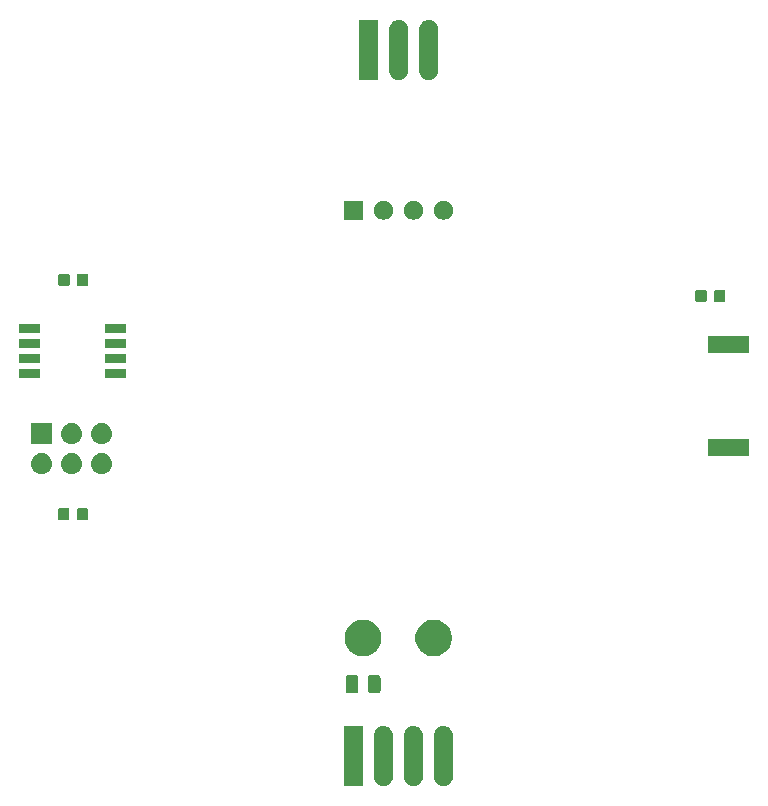
<source format=gts>
G04 #@! TF.GenerationSoftware,KiCad,Pcbnew,(5.1.2-1)-1*
G04 #@! TF.CreationDate,2019-07-21T21:36:06+01:00*
G04 #@! TF.ProjectId,glowy_nfc_reader_module,676c6f77-795f-46e6-9663-5f7265616465,rev?*
G04 #@! TF.SameCoordinates,Original*
G04 #@! TF.FileFunction,Soldermask,Top*
G04 #@! TF.FilePolarity,Negative*
%FSLAX46Y46*%
G04 Gerber Fmt 4.6, Leading zero omitted, Abs format (unit mm)*
G04 Created by KiCad (PCBNEW (5.1.2-1)-1) date 2019-07-21 21:36:06*
%MOMM*%
%LPD*%
G04 APERTURE LIST*
%ADD10C,0.100000*%
G04 APERTURE END LIST*
D10*
G36*
X147442022Y-131840590D02*
G01*
X147542681Y-131871125D01*
X147593012Y-131886392D01*
X147732164Y-131960771D01*
X147854133Y-132060867D01*
X147954229Y-132182835D01*
X148028608Y-132321987D01*
X148043875Y-132372318D01*
X148074410Y-132472977D01*
X148086000Y-132590655D01*
X148086000Y-136169345D01*
X148074410Y-136287023D01*
X148043875Y-136387682D01*
X148028608Y-136438013D01*
X147954229Y-136577165D01*
X147854133Y-136699133D01*
X147732165Y-136799229D01*
X147593013Y-136873608D01*
X147542682Y-136888875D01*
X147442023Y-136919410D01*
X147285000Y-136934875D01*
X147127978Y-136919410D01*
X147027319Y-136888875D01*
X146976988Y-136873608D01*
X146837836Y-136799229D01*
X146715868Y-136699133D01*
X146615772Y-136577165D01*
X146541393Y-136438013D01*
X146526126Y-136387682D01*
X146495591Y-136287023D01*
X146484001Y-136169345D01*
X146484000Y-132590656D01*
X146495590Y-132472978D01*
X146541392Y-132321989D01*
X146541392Y-132321988D01*
X146615771Y-132182836D01*
X146615772Y-132182835D01*
X146715867Y-132060867D01*
X146837835Y-131960771D01*
X146976987Y-131886392D01*
X147027318Y-131871125D01*
X147127977Y-131840590D01*
X147285000Y-131825125D01*
X147442022Y-131840590D01*
X147442022Y-131840590D01*
G37*
G36*
X149982022Y-131840590D02*
G01*
X150082681Y-131871125D01*
X150133012Y-131886392D01*
X150272164Y-131960771D01*
X150394133Y-132060867D01*
X150494229Y-132182835D01*
X150568608Y-132321987D01*
X150583875Y-132372318D01*
X150614410Y-132472977D01*
X150626000Y-132590655D01*
X150626000Y-136169345D01*
X150614410Y-136287023D01*
X150583875Y-136387682D01*
X150568608Y-136438013D01*
X150494229Y-136577165D01*
X150394133Y-136699133D01*
X150272165Y-136799229D01*
X150133013Y-136873608D01*
X150082682Y-136888875D01*
X149982023Y-136919410D01*
X149825000Y-136934875D01*
X149667978Y-136919410D01*
X149567319Y-136888875D01*
X149516988Y-136873608D01*
X149377836Y-136799229D01*
X149255868Y-136699133D01*
X149155772Y-136577165D01*
X149081393Y-136438013D01*
X149066126Y-136387682D01*
X149035591Y-136287023D01*
X149024001Y-136169345D01*
X149024000Y-132590656D01*
X149035590Y-132472978D01*
X149081392Y-132321989D01*
X149081392Y-132321988D01*
X149155771Y-132182836D01*
X149155772Y-132182835D01*
X149255867Y-132060867D01*
X149377835Y-131960771D01*
X149516987Y-131886392D01*
X149567318Y-131871125D01*
X149667977Y-131840590D01*
X149825000Y-131825125D01*
X149982022Y-131840590D01*
X149982022Y-131840590D01*
G37*
G36*
X152522022Y-131840590D02*
G01*
X152622681Y-131871125D01*
X152673012Y-131886392D01*
X152812164Y-131960771D01*
X152934133Y-132060867D01*
X153034229Y-132182835D01*
X153108608Y-132321987D01*
X153123875Y-132372318D01*
X153154410Y-132472977D01*
X153166000Y-132590655D01*
X153166000Y-136169345D01*
X153154410Y-136287023D01*
X153123875Y-136387682D01*
X153108608Y-136438013D01*
X153034229Y-136577165D01*
X152934133Y-136699133D01*
X152812165Y-136799229D01*
X152673013Y-136873608D01*
X152622682Y-136888875D01*
X152522023Y-136919410D01*
X152365000Y-136934875D01*
X152207978Y-136919410D01*
X152107319Y-136888875D01*
X152056988Y-136873608D01*
X151917836Y-136799229D01*
X151795868Y-136699133D01*
X151695772Y-136577165D01*
X151621393Y-136438013D01*
X151606126Y-136387682D01*
X151575591Y-136287023D01*
X151564001Y-136169345D01*
X151564000Y-132590656D01*
X151575590Y-132472978D01*
X151621392Y-132321989D01*
X151621392Y-132321988D01*
X151695771Y-132182836D01*
X151695772Y-132182835D01*
X151795867Y-132060867D01*
X151917835Y-131960771D01*
X152056987Y-131886392D01*
X152107318Y-131871125D01*
X152207977Y-131840590D01*
X152365000Y-131825125D01*
X152522022Y-131840590D01*
X152522022Y-131840590D01*
G37*
G36*
X145546000Y-136931000D02*
G01*
X143944000Y-136931000D01*
X143944000Y-131829000D01*
X145546000Y-131829000D01*
X145546000Y-136931000D01*
X145546000Y-136931000D01*
G37*
G36*
X146876968Y-127543565D02*
G01*
X146915638Y-127555296D01*
X146951277Y-127574346D01*
X146982517Y-127599983D01*
X147008154Y-127631223D01*
X147027204Y-127666862D01*
X147038935Y-127705532D01*
X147043500Y-127751888D01*
X147043500Y-128828112D01*
X147038935Y-128874468D01*
X147027204Y-128913138D01*
X147008154Y-128948777D01*
X146982517Y-128980017D01*
X146951277Y-129005654D01*
X146915638Y-129024704D01*
X146876968Y-129036435D01*
X146830612Y-129041000D01*
X146179388Y-129041000D01*
X146133032Y-129036435D01*
X146094362Y-129024704D01*
X146058723Y-129005654D01*
X146027483Y-128980017D01*
X146001846Y-128948777D01*
X145982796Y-128913138D01*
X145971065Y-128874468D01*
X145966500Y-128828112D01*
X145966500Y-127751888D01*
X145971065Y-127705532D01*
X145982796Y-127666862D01*
X146001846Y-127631223D01*
X146027483Y-127599983D01*
X146058723Y-127574346D01*
X146094362Y-127555296D01*
X146133032Y-127543565D01*
X146179388Y-127539000D01*
X146830612Y-127539000D01*
X146876968Y-127543565D01*
X146876968Y-127543565D01*
G37*
G36*
X145001968Y-127543565D02*
G01*
X145040638Y-127555296D01*
X145076277Y-127574346D01*
X145107517Y-127599983D01*
X145133154Y-127631223D01*
X145152204Y-127666862D01*
X145163935Y-127705532D01*
X145168500Y-127751888D01*
X145168500Y-128828112D01*
X145163935Y-128874468D01*
X145152204Y-128913138D01*
X145133154Y-128948777D01*
X145107517Y-128980017D01*
X145076277Y-129005654D01*
X145040638Y-129024704D01*
X145001968Y-129036435D01*
X144955612Y-129041000D01*
X144304388Y-129041000D01*
X144258032Y-129036435D01*
X144219362Y-129024704D01*
X144183723Y-129005654D01*
X144152483Y-128980017D01*
X144126846Y-128948777D01*
X144107796Y-128913138D01*
X144096065Y-128874468D01*
X144091500Y-128828112D01*
X144091500Y-127751888D01*
X144096065Y-127705532D01*
X144107796Y-127666862D01*
X144126846Y-127631223D01*
X144152483Y-127599983D01*
X144183723Y-127574346D01*
X144219362Y-127555296D01*
X144258032Y-127543565D01*
X144304388Y-127539000D01*
X144955612Y-127539000D01*
X145001968Y-127543565D01*
X145001968Y-127543565D01*
G37*
G36*
X145857585Y-122858802D02*
G01*
X146007410Y-122888604D01*
X146289674Y-123005521D01*
X146543705Y-123175259D01*
X146759741Y-123391295D01*
X146929479Y-123645326D01*
X147046396Y-123927590D01*
X147106000Y-124227240D01*
X147106000Y-124532760D01*
X147046396Y-124832410D01*
X146929479Y-125114674D01*
X146759741Y-125368705D01*
X146543705Y-125584741D01*
X146289674Y-125754479D01*
X146007410Y-125871396D01*
X145857585Y-125901198D01*
X145707761Y-125931000D01*
X145402239Y-125931000D01*
X145252415Y-125901198D01*
X145102590Y-125871396D01*
X144820326Y-125754479D01*
X144566295Y-125584741D01*
X144350259Y-125368705D01*
X144180521Y-125114674D01*
X144063604Y-124832410D01*
X144004000Y-124532760D01*
X144004000Y-124227240D01*
X144063604Y-123927590D01*
X144180521Y-123645326D01*
X144350259Y-123391295D01*
X144566295Y-123175259D01*
X144820326Y-123005521D01*
X145102590Y-122888604D01*
X145252415Y-122858802D01*
X145402239Y-122829000D01*
X145707761Y-122829000D01*
X145857585Y-122858802D01*
X145857585Y-122858802D01*
G37*
G36*
X151857585Y-122858802D02*
G01*
X152007410Y-122888604D01*
X152289674Y-123005521D01*
X152543705Y-123175259D01*
X152759741Y-123391295D01*
X152929479Y-123645326D01*
X153046396Y-123927590D01*
X153106000Y-124227240D01*
X153106000Y-124532760D01*
X153046396Y-124832410D01*
X152929479Y-125114674D01*
X152759741Y-125368705D01*
X152543705Y-125584741D01*
X152289674Y-125754479D01*
X152007410Y-125871396D01*
X151857585Y-125901198D01*
X151707761Y-125931000D01*
X151402239Y-125931000D01*
X151252415Y-125901198D01*
X151102590Y-125871396D01*
X150820326Y-125754479D01*
X150566295Y-125584741D01*
X150350259Y-125368705D01*
X150180521Y-125114674D01*
X150063604Y-124832410D01*
X150004000Y-124532760D01*
X150004000Y-124227240D01*
X150063604Y-123927590D01*
X150180521Y-123645326D01*
X150350259Y-123391295D01*
X150566295Y-123175259D01*
X150820326Y-123005521D01*
X151102590Y-122888604D01*
X151252415Y-122858802D01*
X151402239Y-122829000D01*
X151707761Y-122829000D01*
X151857585Y-122858802D01*
X151857585Y-122858802D01*
G37*
G36*
X120562091Y-113388085D02*
G01*
X120596069Y-113398393D01*
X120627390Y-113415134D01*
X120654839Y-113437661D01*
X120677366Y-113465110D01*
X120694107Y-113496431D01*
X120704415Y-113530409D01*
X120708500Y-113571890D01*
X120708500Y-114248110D01*
X120704415Y-114289591D01*
X120694107Y-114323569D01*
X120677366Y-114354890D01*
X120654839Y-114382339D01*
X120627390Y-114404866D01*
X120596069Y-114421607D01*
X120562091Y-114431915D01*
X120520610Y-114436000D01*
X119919390Y-114436000D01*
X119877909Y-114431915D01*
X119843931Y-114421607D01*
X119812610Y-114404866D01*
X119785161Y-114382339D01*
X119762634Y-114354890D01*
X119745893Y-114323569D01*
X119735585Y-114289591D01*
X119731500Y-114248110D01*
X119731500Y-113571890D01*
X119735585Y-113530409D01*
X119745893Y-113496431D01*
X119762634Y-113465110D01*
X119785161Y-113437661D01*
X119812610Y-113415134D01*
X119843931Y-113398393D01*
X119877909Y-113388085D01*
X119919390Y-113384000D01*
X120520610Y-113384000D01*
X120562091Y-113388085D01*
X120562091Y-113388085D01*
G37*
G36*
X122137091Y-113388085D02*
G01*
X122171069Y-113398393D01*
X122202390Y-113415134D01*
X122229839Y-113437661D01*
X122252366Y-113465110D01*
X122269107Y-113496431D01*
X122279415Y-113530409D01*
X122283500Y-113571890D01*
X122283500Y-114248110D01*
X122279415Y-114289591D01*
X122269107Y-114323569D01*
X122252366Y-114354890D01*
X122229839Y-114382339D01*
X122202390Y-114404866D01*
X122171069Y-114421607D01*
X122137091Y-114431915D01*
X122095610Y-114436000D01*
X121494390Y-114436000D01*
X121452909Y-114431915D01*
X121418931Y-114421607D01*
X121387610Y-114404866D01*
X121360161Y-114382339D01*
X121337634Y-114354890D01*
X121320893Y-114323569D01*
X121310585Y-114289591D01*
X121306500Y-114248110D01*
X121306500Y-113571890D01*
X121310585Y-113530409D01*
X121320893Y-113496431D01*
X121337634Y-113465110D01*
X121360161Y-113437661D01*
X121387610Y-113415134D01*
X121418931Y-113398393D01*
X121452909Y-113388085D01*
X121494390Y-113384000D01*
X122095610Y-113384000D01*
X122137091Y-113388085D01*
X122137091Y-113388085D01*
G37*
G36*
X120995442Y-108725518D02*
G01*
X121061627Y-108732037D01*
X121231466Y-108783557D01*
X121387991Y-108867222D01*
X121423729Y-108896552D01*
X121525186Y-108979814D01*
X121608448Y-109081271D01*
X121637778Y-109117009D01*
X121721443Y-109273534D01*
X121772963Y-109443373D01*
X121790359Y-109620000D01*
X121772963Y-109796627D01*
X121721443Y-109966466D01*
X121637778Y-110122991D01*
X121608448Y-110158729D01*
X121525186Y-110260186D01*
X121423729Y-110343448D01*
X121387991Y-110372778D01*
X121231466Y-110456443D01*
X121061627Y-110507963D01*
X120995442Y-110514482D01*
X120929260Y-110521000D01*
X120840740Y-110521000D01*
X120774558Y-110514482D01*
X120708373Y-110507963D01*
X120538534Y-110456443D01*
X120382009Y-110372778D01*
X120346271Y-110343448D01*
X120244814Y-110260186D01*
X120161552Y-110158729D01*
X120132222Y-110122991D01*
X120048557Y-109966466D01*
X119997037Y-109796627D01*
X119979641Y-109620000D01*
X119997037Y-109443373D01*
X120048557Y-109273534D01*
X120132222Y-109117009D01*
X120161552Y-109081271D01*
X120244814Y-108979814D01*
X120346271Y-108896552D01*
X120382009Y-108867222D01*
X120538534Y-108783557D01*
X120708373Y-108732037D01*
X120774558Y-108725518D01*
X120840740Y-108719000D01*
X120929260Y-108719000D01*
X120995442Y-108725518D01*
X120995442Y-108725518D01*
G37*
G36*
X123535442Y-108725518D02*
G01*
X123601627Y-108732037D01*
X123771466Y-108783557D01*
X123927991Y-108867222D01*
X123963729Y-108896552D01*
X124065186Y-108979814D01*
X124148448Y-109081271D01*
X124177778Y-109117009D01*
X124261443Y-109273534D01*
X124312963Y-109443373D01*
X124330359Y-109620000D01*
X124312963Y-109796627D01*
X124261443Y-109966466D01*
X124177778Y-110122991D01*
X124148448Y-110158729D01*
X124065186Y-110260186D01*
X123963729Y-110343448D01*
X123927991Y-110372778D01*
X123771466Y-110456443D01*
X123601627Y-110507963D01*
X123535442Y-110514482D01*
X123469260Y-110521000D01*
X123380740Y-110521000D01*
X123314558Y-110514482D01*
X123248373Y-110507963D01*
X123078534Y-110456443D01*
X122922009Y-110372778D01*
X122886271Y-110343448D01*
X122784814Y-110260186D01*
X122701552Y-110158729D01*
X122672222Y-110122991D01*
X122588557Y-109966466D01*
X122537037Y-109796627D01*
X122519641Y-109620000D01*
X122537037Y-109443373D01*
X122588557Y-109273534D01*
X122672222Y-109117009D01*
X122701552Y-109081271D01*
X122784814Y-108979814D01*
X122886271Y-108896552D01*
X122922009Y-108867222D01*
X123078534Y-108783557D01*
X123248373Y-108732037D01*
X123314558Y-108725518D01*
X123380740Y-108719000D01*
X123469260Y-108719000D01*
X123535442Y-108725518D01*
X123535442Y-108725518D01*
G37*
G36*
X118455442Y-108725518D02*
G01*
X118521627Y-108732037D01*
X118691466Y-108783557D01*
X118847991Y-108867222D01*
X118883729Y-108896552D01*
X118985186Y-108979814D01*
X119068448Y-109081271D01*
X119097778Y-109117009D01*
X119181443Y-109273534D01*
X119232963Y-109443373D01*
X119250359Y-109620000D01*
X119232963Y-109796627D01*
X119181443Y-109966466D01*
X119097778Y-110122991D01*
X119068448Y-110158729D01*
X118985186Y-110260186D01*
X118883729Y-110343448D01*
X118847991Y-110372778D01*
X118691466Y-110456443D01*
X118521627Y-110507963D01*
X118455442Y-110514482D01*
X118389260Y-110521000D01*
X118300740Y-110521000D01*
X118234558Y-110514482D01*
X118168373Y-110507963D01*
X117998534Y-110456443D01*
X117842009Y-110372778D01*
X117806271Y-110343448D01*
X117704814Y-110260186D01*
X117621552Y-110158729D01*
X117592222Y-110122991D01*
X117508557Y-109966466D01*
X117457037Y-109796627D01*
X117439641Y-109620000D01*
X117457037Y-109443373D01*
X117508557Y-109273534D01*
X117592222Y-109117009D01*
X117621552Y-109081271D01*
X117704814Y-108979814D01*
X117806271Y-108896552D01*
X117842009Y-108867222D01*
X117998534Y-108783557D01*
X118168373Y-108732037D01*
X118234558Y-108725518D01*
X118300740Y-108719000D01*
X118389260Y-108719000D01*
X118455442Y-108725518D01*
X118455442Y-108725518D01*
G37*
G36*
X178236000Y-108961000D02*
G01*
X174734000Y-108961000D01*
X174734000Y-107559000D01*
X178236000Y-107559000D01*
X178236000Y-108961000D01*
X178236000Y-108961000D01*
G37*
G36*
X119246000Y-107981000D02*
G01*
X117444000Y-107981000D01*
X117444000Y-106179000D01*
X119246000Y-106179000D01*
X119246000Y-107981000D01*
X119246000Y-107981000D01*
G37*
G36*
X120995443Y-106185519D02*
G01*
X121061627Y-106192037D01*
X121231466Y-106243557D01*
X121387991Y-106327222D01*
X121423729Y-106356552D01*
X121525186Y-106439814D01*
X121608448Y-106541271D01*
X121637778Y-106577009D01*
X121721443Y-106733534D01*
X121772963Y-106903373D01*
X121790359Y-107080000D01*
X121772963Y-107256627D01*
X121721443Y-107426466D01*
X121637778Y-107582991D01*
X121608448Y-107618729D01*
X121525186Y-107720186D01*
X121423729Y-107803448D01*
X121387991Y-107832778D01*
X121231466Y-107916443D01*
X121061627Y-107967963D01*
X120995443Y-107974481D01*
X120929260Y-107981000D01*
X120840740Y-107981000D01*
X120774557Y-107974481D01*
X120708373Y-107967963D01*
X120538534Y-107916443D01*
X120382009Y-107832778D01*
X120346271Y-107803448D01*
X120244814Y-107720186D01*
X120161552Y-107618729D01*
X120132222Y-107582991D01*
X120048557Y-107426466D01*
X119997037Y-107256627D01*
X119979641Y-107080000D01*
X119997037Y-106903373D01*
X120048557Y-106733534D01*
X120132222Y-106577009D01*
X120161552Y-106541271D01*
X120244814Y-106439814D01*
X120346271Y-106356552D01*
X120382009Y-106327222D01*
X120538534Y-106243557D01*
X120708373Y-106192037D01*
X120774557Y-106185519D01*
X120840740Y-106179000D01*
X120929260Y-106179000D01*
X120995443Y-106185519D01*
X120995443Y-106185519D01*
G37*
G36*
X123535443Y-106185519D02*
G01*
X123601627Y-106192037D01*
X123771466Y-106243557D01*
X123927991Y-106327222D01*
X123963729Y-106356552D01*
X124065186Y-106439814D01*
X124148448Y-106541271D01*
X124177778Y-106577009D01*
X124261443Y-106733534D01*
X124312963Y-106903373D01*
X124330359Y-107080000D01*
X124312963Y-107256627D01*
X124261443Y-107426466D01*
X124177778Y-107582991D01*
X124148448Y-107618729D01*
X124065186Y-107720186D01*
X123963729Y-107803448D01*
X123927991Y-107832778D01*
X123771466Y-107916443D01*
X123601627Y-107967963D01*
X123535443Y-107974481D01*
X123469260Y-107981000D01*
X123380740Y-107981000D01*
X123314557Y-107974481D01*
X123248373Y-107967963D01*
X123078534Y-107916443D01*
X122922009Y-107832778D01*
X122886271Y-107803448D01*
X122784814Y-107720186D01*
X122701552Y-107618729D01*
X122672222Y-107582991D01*
X122588557Y-107426466D01*
X122537037Y-107256627D01*
X122519641Y-107080000D01*
X122537037Y-106903373D01*
X122588557Y-106733534D01*
X122672222Y-106577009D01*
X122701552Y-106541271D01*
X122784814Y-106439814D01*
X122886271Y-106356552D01*
X122922009Y-106327222D01*
X123078534Y-106243557D01*
X123248373Y-106192037D01*
X123314557Y-106185519D01*
X123380740Y-106179000D01*
X123469260Y-106179000D01*
X123535443Y-106185519D01*
X123535443Y-106185519D01*
G37*
G36*
X125526000Y-102356000D02*
G01*
X123724000Y-102356000D01*
X123724000Y-101604000D01*
X125526000Y-101604000D01*
X125526000Y-102356000D01*
X125526000Y-102356000D01*
G37*
G36*
X118226000Y-102356000D02*
G01*
X116424000Y-102356000D01*
X116424000Y-101604000D01*
X118226000Y-101604000D01*
X118226000Y-102356000D01*
X118226000Y-102356000D01*
G37*
G36*
X125526000Y-101086000D02*
G01*
X123724000Y-101086000D01*
X123724000Y-100334000D01*
X125526000Y-100334000D01*
X125526000Y-101086000D01*
X125526000Y-101086000D01*
G37*
G36*
X118226000Y-101086000D02*
G01*
X116424000Y-101086000D01*
X116424000Y-100334000D01*
X118226000Y-100334000D01*
X118226000Y-101086000D01*
X118226000Y-101086000D01*
G37*
G36*
X178236000Y-100261000D02*
G01*
X174734000Y-100261000D01*
X174734000Y-98859000D01*
X178236000Y-98859000D01*
X178236000Y-100261000D01*
X178236000Y-100261000D01*
G37*
G36*
X118226000Y-99816000D02*
G01*
X116424000Y-99816000D01*
X116424000Y-99064000D01*
X118226000Y-99064000D01*
X118226000Y-99816000D01*
X118226000Y-99816000D01*
G37*
G36*
X125526000Y-99816000D02*
G01*
X123724000Y-99816000D01*
X123724000Y-99064000D01*
X125526000Y-99064000D01*
X125526000Y-99816000D01*
X125526000Y-99816000D01*
G37*
G36*
X118226000Y-98546000D02*
G01*
X116424000Y-98546000D01*
X116424000Y-97794000D01*
X118226000Y-97794000D01*
X118226000Y-98546000D01*
X118226000Y-98546000D01*
G37*
G36*
X125526000Y-98546000D02*
G01*
X123724000Y-98546000D01*
X123724000Y-97794000D01*
X125526000Y-97794000D01*
X125526000Y-98546000D01*
X125526000Y-98546000D01*
G37*
G36*
X174527091Y-94928085D02*
G01*
X174561069Y-94938393D01*
X174592390Y-94955134D01*
X174619839Y-94977661D01*
X174642366Y-95005110D01*
X174659107Y-95036431D01*
X174669415Y-95070409D01*
X174673500Y-95111890D01*
X174673500Y-95788110D01*
X174669415Y-95829591D01*
X174659107Y-95863569D01*
X174642366Y-95894890D01*
X174619839Y-95922339D01*
X174592390Y-95944866D01*
X174561069Y-95961607D01*
X174527091Y-95971915D01*
X174485610Y-95976000D01*
X173884390Y-95976000D01*
X173842909Y-95971915D01*
X173808931Y-95961607D01*
X173777610Y-95944866D01*
X173750161Y-95922339D01*
X173727634Y-95894890D01*
X173710893Y-95863569D01*
X173700585Y-95829591D01*
X173696500Y-95788110D01*
X173696500Y-95111890D01*
X173700585Y-95070409D01*
X173710893Y-95036431D01*
X173727634Y-95005110D01*
X173750161Y-94977661D01*
X173777610Y-94955134D01*
X173808931Y-94938393D01*
X173842909Y-94928085D01*
X173884390Y-94924000D01*
X174485610Y-94924000D01*
X174527091Y-94928085D01*
X174527091Y-94928085D01*
G37*
G36*
X176102091Y-94928085D02*
G01*
X176136069Y-94938393D01*
X176167390Y-94955134D01*
X176194839Y-94977661D01*
X176217366Y-95005110D01*
X176234107Y-95036431D01*
X176244415Y-95070409D01*
X176248500Y-95111890D01*
X176248500Y-95788110D01*
X176244415Y-95829591D01*
X176234107Y-95863569D01*
X176217366Y-95894890D01*
X176194839Y-95922339D01*
X176167390Y-95944866D01*
X176136069Y-95961607D01*
X176102091Y-95971915D01*
X176060610Y-95976000D01*
X175459390Y-95976000D01*
X175417909Y-95971915D01*
X175383931Y-95961607D01*
X175352610Y-95944866D01*
X175325161Y-95922339D01*
X175302634Y-95894890D01*
X175285893Y-95863569D01*
X175275585Y-95829591D01*
X175271500Y-95788110D01*
X175271500Y-95111890D01*
X175275585Y-95070409D01*
X175285893Y-95036431D01*
X175302634Y-95005110D01*
X175325161Y-94977661D01*
X175352610Y-94955134D01*
X175383931Y-94938393D01*
X175417909Y-94928085D01*
X175459390Y-94924000D01*
X176060610Y-94924000D01*
X176102091Y-94928085D01*
X176102091Y-94928085D01*
G37*
G36*
X120584591Y-93558085D02*
G01*
X120618569Y-93568393D01*
X120649890Y-93585134D01*
X120677339Y-93607661D01*
X120699866Y-93635110D01*
X120716607Y-93666431D01*
X120726915Y-93700409D01*
X120731000Y-93741890D01*
X120731000Y-94418110D01*
X120726915Y-94459591D01*
X120716607Y-94493569D01*
X120699866Y-94524890D01*
X120677339Y-94552339D01*
X120649890Y-94574866D01*
X120618569Y-94591607D01*
X120584591Y-94601915D01*
X120543110Y-94606000D01*
X119941890Y-94606000D01*
X119900409Y-94601915D01*
X119866431Y-94591607D01*
X119835110Y-94574866D01*
X119807661Y-94552339D01*
X119785134Y-94524890D01*
X119768393Y-94493569D01*
X119758085Y-94459591D01*
X119754000Y-94418110D01*
X119754000Y-93741890D01*
X119758085Y-93700409D01*
X119768393Y-93666431D01*
X119785134Y-93635110D01*
X119807661Y-93607661D01*
X119835110Y-93585134D01*
X119866431Y-93568393D01*
X119900409Y-93558085D01*
X119941890Y-93554000D01*
X120543110Y-93554000D01*
X120584591Y-93558085D01*
X120584591Y-93558085D01*
G37*
G36*
X122159591Y-93558085D02*
G01*
X122193569Y-93568393D01*
X122224890Y-93585134D01*
X122252339Y-93607661D01*
X122274866Y-93635110D01*
X122291607Y-93666431D01*
X122301915Y-93700409D01*
X122306000Y-93741890D01*
X122306000Y-94418110D01*
X122301915Y-94459591D01*
X122291607Y-94493569D01*
X122274866Y-94524890D01*
X122252339Y-94552339D01*
X122224890Y-94574866D01*
X122193569Y-94591607D01*
X122159591Y-94601915D01*
X122118110Y-94606000D01*
X121516890Y-94606000D01*
X121475409Y-94601915D01*
X121441431Y-94591607D01*
X121410110Y-94574866D01*
X121382661Y-94552339D01*
X121360134Y-94524890D01*
X121343393Y-94493569D01*
X121333085Y-94459591D01*
X121329000Y-94418110D01*
X121329000Y-93741890D01*
X121333085Y-93700409D01*
X121343393Y-93666431D01*
X121360134Y-93635110D01*
X121382661Y-93607661D01*
X121410110Y-93585134D01*
X121441431Y-93568393D01*
X121475409Y-93558085D01*
X121516890Y-93554000D01*
X122118110Y-93554000D01*
X122159591Y-93558085D01*
X122159591Y-93558085D01*
G37*
G36*
X145568000Y-88983000D02*
G01*
X143942000Y-88983000D01*
X143942000Y-87357000D01*
X145568000Y-87357000D01*
X145568000Y-88983000D01*
X145568000Y-88983000D01*
G37*
G36*
X147532142Y-87388242D02*
G01*
X147680101Y-87449529D01*
X147813255Y-87538499D01*
X147926501Y-87651745D01*
X148015471Y-87784899D01*
X148076758Y-87932858D01*
X148108000Y-88089925D01*
X148108000Y-88250075D01*
X148076758Y-88407142D01*
X148015471Y-88555101D01*
X147926501Y-88688255D01*
X147813255Y-88801501D01*
X147680101Y-88890471D01*
X147532142Y-88951758D01*
X147375075Y-88983000D01*
X147214925Y-88983000D01*
X147057858Y-88951758D01*
X146909899Y-88890471D01*
X146776745Y-88801501D01*
X146663499Y-88688255D01*
X146574529Y-88555101D01*
X146513242Y-88407142D01*
X146482000Y-88250075D01*
X146482000Y-88089925D01*
X146513242Y-87932858D01*
X146574529Y-87784899D01*
X146663499Y-87651745D01*
X146776745Y-87538499D01*
X146909899Y-87449529D01*
X147057858Y-87388242D01*
X147214925Y-87357000D01*
X147375075Y-87357000D01*
X147532142Y-87388242D01*
X147532142Y-87388242D01*
G37*
G36*
X150072142Y-87388242D02*
G01*
X150220101Y-87449529D01*
X150353255Y-87538499D01*
X150466501Y-87651745D01*
X150555471Y-87784899D01*
X150616758Y-87932858D01*
X150648000Y-88089925D01*
X150648000Y-88250075D01*
X150616758Y-88407142D01*
X150555471Y-88555101D01*
X150466501Y-88688255D01*
X150353255Y-88801501D01*
X150220101Y-88890471D01*
X150072142Y-88951758D01*
X149915075Y-88983000D01*
X149754925Y-88983000D01*
X149597858Y-88951758D01*
X149449899Y-88890471D01*
X149316745Y-88801501D01*
X149203499Y-88688255D01*
X149114529Y-88555101D01*
X149053242Y-88407142D01*
X149022000Y-88250075D01*
X149022000Y-88089925D01*
X149053242Y-87932858D01*
X149114529Y-87784899D01*
X149203499Y-87651745D01*
X149316745Y-87538499D01*
X149449899Y-87449529D01*
X149597858Y-87388242D01*
X149754925Y-87357000D01*
X149915075Y-87357000D01*
X150072142Y-87388242D01*
X150072142Y-87388242D01*
G37*
G36*
X152612142Y-87388242D02*
G01*
X152760101Y-87449529D01*
X152893255Y-87538499D01*
X153006501Y-87651745D01*
X153095471Y-87784899D01*
X153156758Y-87932858D01*
X153188000Y-88089925D01*
X153188000Y-88250075D01*
X153156758Y-88407142D01*
X153095471Y-88555101D01*
X153006501Y-88688255D01*
X152893255Y-88801501D01*
X152760101Y-88890471D01*
X152612142Y-88951758D01*
X152455075Y-88983000D01*
X152294925Y-88983000D01*
X152137858Y-88951758D01*
X151989899Y-88890471D01*
X151856745Y-88801501D01*
X151743499Y-88688255D01*
X151654529Y-88555101D01*
X151593242Y-88407142D01*
X151562000Y-88250075D01*
X151562000Y-88089925D01*
X151593242Y-87932858D01*
X151654529Y-87784899D01*
X151743499Y-87651745D01*
X151856745Y-87538499D01*
X151989899Y-87449529D01*
X152137858Y-87388242D01*
X152294925Y-87357000D01*
X152455075Y-87357000D01*
X152612142Y-87388242D01*
X152612142Y-87388242D01*
G37*
G36*
X151272022Y-72060590D02*
G01*
X151372681Y-72091125D01*
X151423012Y-72106392D01*
X151562164Y-72180771D01*
X151684133Y-72280867D01*
X151784229Y-72402835D01*
X151858608Y-72541987D01*
X151873875Y-72592318D01*
X151904410Y-72692977D01*
X151916000Y-72810655D01*
X151916000Y-76389345D01*
X151904410Y-76507023D01*
X151873875Y-76607682D01*
X151858608Y-76658013D01*
X151784229Y-76797165D01*
X151684133Y-76919133D01*
X151562165Y-77019229D01*
X151423013Y-77093608D01*
X151372682Y-77108875D01*
X151272023Y-77139410D01*
X151115000Y-77154875D01*
X150957978Y-77139410D01*
X150857319Y-77108875D01*
X150806988Y-77093608D01*
X150667836Y-77019229D01*
X150545868Y-76919133D01*
X150445772Y-76797165D01*
X150371393Y-76658013D01*
X150356126Y-76607682D01*
X150325591Y-76507023D01*
X150314001Y-76389345D01*
X150314000Y-72810656D01*
X150325590Y-72692978D01*
X150371392Y-72541989D01*
X150371392Y-72541988D01*
X150445771Y-72402836D01*
X150445772Y-72402835D01*
X150545867Y-72280867D01*
X150667835Y-72180771D01*
X150806987Y-72106392D01*
X150857318Y-72091125D01*
X150957977Y-72060590D01*
X151115000Y-72045125D01*
X151272022Y-72060590D01*
X151272022Y-72060590D01*
G37*
G36*
X148732022Y-72060590D02*
G01*
X148832681Y-72091125D01*
X148883012Y-72106392D01*
X149022164Y-72180771D01*
X149144133Y-72280867D01*
X149244229Y-72402835D01*
X149318608Y-72541987D01*
X149333875Y-72592318D01*
X149364410Y-72692977D01*
X149376000Y-72810655D01*
X149376000Y-76389345D01*
X149364410Y-76507023D01*
X149333875Y-76607682D01*
X149318608Y-76658013D01*
X149244229Y-76797165D01*
X149144133Y-76919133D01*
X149022165Y-77019229D01*
X148883013Y-77093608D01*
X148832682Y-77108875D01*
X148732023Y-77139410D01*
X148575000Y-77154875D01*
X148417978Y-77139410D01*
X148317319Y-77108875D01*
X148266988Y-77093608D01*
X148127836Y-77019229D01*
X148005868Y-76919133D01*
X147905772Y-76797165D01*
X147831393Y-76658013D01*
X147816126Y-76607682D01*
X147785591Y-76507023D01*
X147774001Y-76389345D01*
X147774000Y-72810656D01*
X147785590Y-72692978D01*
X147831392Y-72541989D01*
X147831392Y-72541988D01*
X147905771Y-72402836D01*
X147905772Y-72402835D01*
X148005867Y-72280867D01*
X148127835Y-72180771D01*
X148266987Y-72106392D01*
X148317318Y-72091125D01*
X148417977Y-72060590D01*
X148575000Y-72045125D01*
X148732022Y-72060590D01*
X148732022Y-72060590D01*
G37*
G36*
X146836000Y-77151000D02*
G01*
X145234000Y-77151000D01*
X145234000Y-72049000D01*
X146836000Y-72049000D01*
X146836000Y-77151000D01*
X146836000Y-77151000D01*
G37*
M02*

</source>
